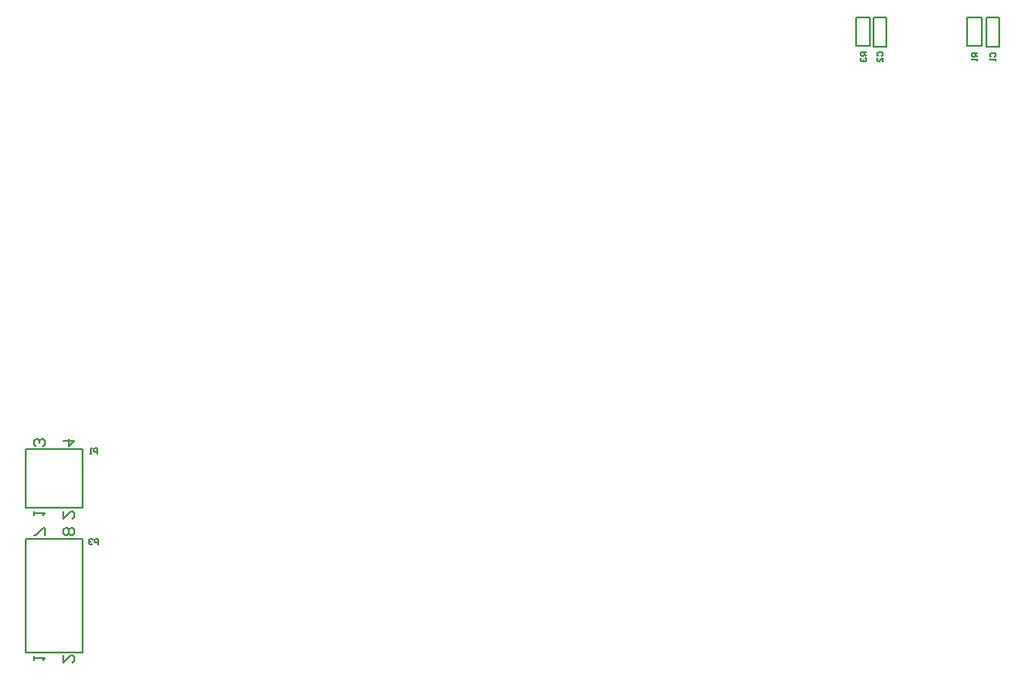
<source format=gbo>
G04*
G04 #@! TF.GenerationSoftware,Altium Limited,Altium Designer,22.11.1 (43)*
G04*
G04 Layer_Color=32896*
%FSLAX44Y44*%
%MOMM*%
G71*
G04*
G04 #@! TF.SameCoordinates,FD04806B-1D24-4FBA-9A3E-9282C7D3C049*
G04*
G04*
G04 #@! TF.FilePolarity,Positive*
G04*
G01*
G75*
%ADD12C,0.2000*%
%ADD14C,0.1524*%
%ADD17C,0.1270*%
D12*
X262140Y788440D02*
X314440D01*
X262140D02*
Y842240D01*
X314440Y788440D02*
Y842240D01*
X262140D02*
X314440D01*
X262140Y655090D02*
X314440D01*
X262140D02*
Y759690D01*
X314440Y655090D02*
Y759690D01*
X262140D02*
X314440D01*
D14*
X1056132Y1216406D02*
Y1241552D01*
X1044448D02*
X1056132D01*
X1044448Y1214647D02*
Y1241552D01*
Y1214647D02*
X1056132D01*
Y1216406D01*
X1028446Y1215136D02*
Y1240028D01*
Y1215136D02*
X1041654D01*
Y1241044D01*
X1028446D02*
X1041654D01*
X1028446Y1240028D02*
Y1241044D01*
X1160272Y1215917D02*
Y1241063D01*
X1148588D02*
X1160272D01*
X1148588Y1214158D02*
Y1241063D01*
Y1214158D02*
X1160272D01*
Y1215917D01*
X1131316Y1215136D02*
Y1240028D01*
Y1215136D02*
X1144524D01*
Y1241044D01*
X1131316D02*
X1144524D01*
X1131316Y1240028D02*
Y1241044D01*
X270290Y781340D02*
Y784726D01*
Y783033D01*
X280447D01*
X278754Y781340D01*
X297290Y785111D02*
Y778340D01*
X304061Y785111D01*
X305754D01*
X307447Y783418D01*
Y780033D01*
X305754Y778340D01*
X278754Y845340D02*
X280447Y847033D01*
Y850418D01*
X278754Y852111D01*
X277061D01*
X275368Y850418D01*
Y848726D01*
Y850418D01*
X273676Y852111D01*
X271983D01*
X270290Y850418D01*
Y847033D01*
X271983Y845340D01*
X297290Y850418D02*
X307447D01*
X302368Y845340D01*
Y852111D01*
X270290Y647990D02*
Y651376D01*
Y649683D01*
X280447D01*
X278754Y647990D01*
X297290Y651761D02*
Y644990D01*
X304061Y651761D01*
X305754D01*
X307447Y650068D01*
Y646683D01*
X305754Y644990D01*
X280447Y762790D02*
Y769561D01*
X278754D01*
X271983Y762790D01*
X270290D01*
X305754D02*
X307447Y764483D01*
Y767868D01*
X305754Y769561D01*
X304061D01*
X302368Y767868D01*
X300676Y769561D01*
X298983D01*
X297290Y767868D01*
Y764483D01*
X298983Y762790D01*
X300676D01*
X302368Y764483D01*
X304061Y762790D01*
X305754D01*
X302368Y764483D02*
Y767868D01*
D17*
X1048597Y1206076D02*
X1047751Y1206923D01*
Y1208615D01*
X1048597Y1209462D01*
X1051983D01*
X1052829Y1208615D01*
Y1206923D01*
X1051983Y1206076D01*
X1052829Y1200998D02*
Y1204384D01*
X1049444Y1200998D01*
X1048597D01*
X1047751Y1201844D01*
Y1203537D01*
X1048597Y1204384D01*
X1037589Y1209462D02*
X1032511D01*
Y1206923D01*
X1033357Y1206076D01*
X1035050D01*
X1035896Y1206923D01*
Y1209462D01*
Y1207769D02*
X1037589Y1206076D01*
X1033357Y1204384D02*
X1032511Y1203537D01*
Y1201844D01*
X1033357Y1200998D01*
X1034204D01*
X1035050Y1201844D01*
Y1202691D01*
Y1201844D01*
X1035896Y1200998D01*
X1036743D01*
X1037589Y1201844D01*
Y1203537D01*
X1036743Y1204384D01*
X1152737Y1205230D02*
X1151891Y1206076D01*
Y1207769D01*
X1152737Y1208616D01*
X1156123D01*
X1156969Y1207769D01*
Y1206076D01*
X1156123Y1205230D01*
X1156969Y1203537D02*
Y1201844D01*
Y1202691D01*
X1151891D01*
X1152737Y1203537D01*
X1140459Y1208616D02*
X1135381D01*
Y1206076D01*
X1136227Y1205230D01*
X1137920D01*
X1138766Y1206076D01*
Y1208616D01*
Y1206923D02*
X1140459Y1205230D01*
Y1203537D02*
Y1201844D01*
Y1202691D01*
X1135381D01*
X1136227Y1203537D01*
X328506Y838201D02*
Y843279D01*
X325966D01*
X325120Y842433D01*
Y840740D01*
X325966Y839894D01*
X328506D01*
X323427Y838201D02*
X321734D01*
X322581D01*
Y843279D01*
X323427Y842433D01*
X329352Y754381D02*
Y759459D01*
X326813D01*
X325966Y758613D01*
Y756920D01*
X326813Y756074D01*
X329352D01*
X324274Y758613D02*
X323427Y759459D01*
X321734D01*
X320888Y758613D01*
Y757766D01*
X321734Y756920D01*
X322581D01*
X321734D01*
X320888Y756074D01*
Y755227D01*
X321734Y754381D01*
X323427D01*
X324274Y755227D01*
M02*

</source>
